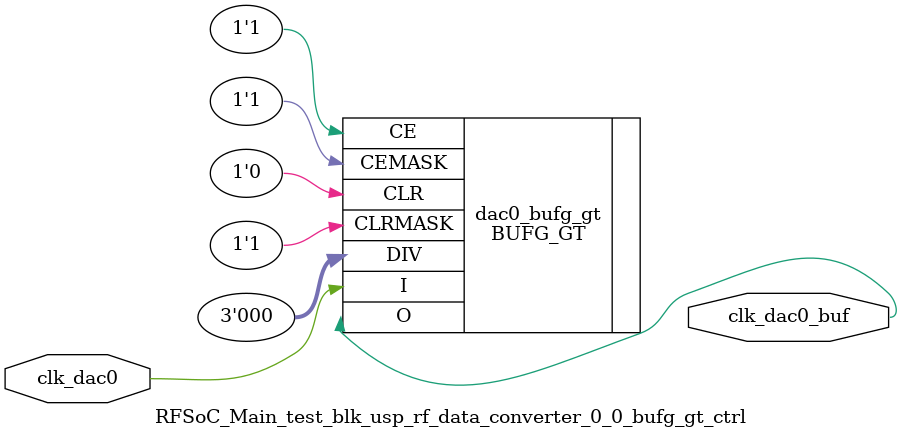
<source format=v>

`timescale 1ns / 1ps

(* DowngradeIPIdentifiedWarnings="yes" *)
module RFSoC_Main_test_blk_usp_rf_data_converter_0_0_bufg_gt_ctrl (
  // DAC Fabric Feedback Clock for Tile 0
  input    clk_dac0,
  output   clk_dac0_buf
      
);

  BUFG_GT dac0_bufg_gt
  (
    .I       (clk_dac0),
    .CE      (1'b1),
    .CEMASK  (1'b1),
    .CLR     (1'b0),
    .CLRMASK (1'b1),
    .DIV     (3'b000),
    .O       (clk_dac0_buf)
  );  

 
endmodule

</source>
